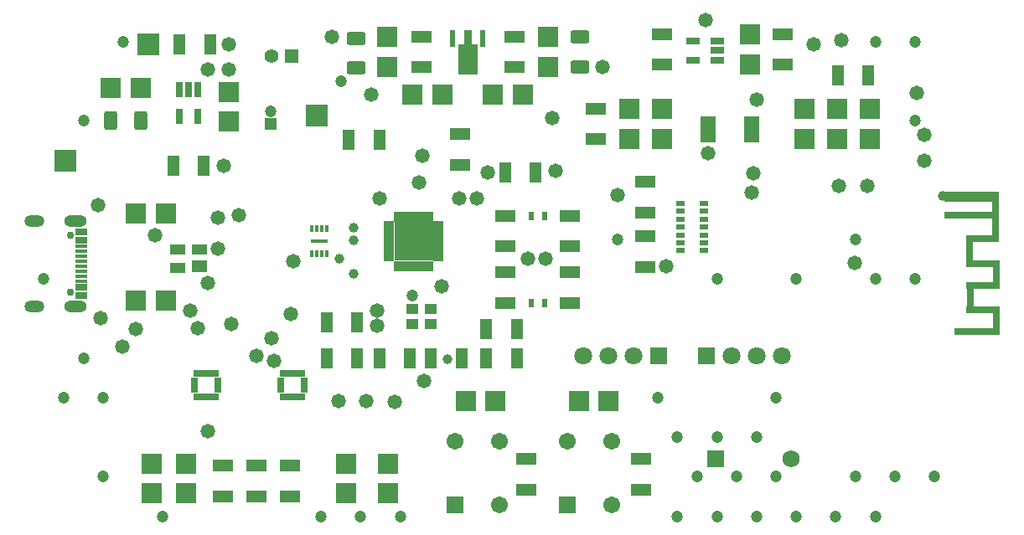
<source format=gts>
G04*
G04 #@! TF.GenerationSoftware,Altium Limited,Altium Designer,23.2.1 (34)*
G04*
G04 Layer_Color=8388736*
%FSLAX44Y44*%
%MOMM*%
G71*
G04*
G04 #@! TF.SameCoordinates,8496A63A-E985-4FE9-BA7E-BC2AAF8C8172*
G04*
G04*
G04 #@! TF.FilePolarity,Negative*
G04*
G01*
G75*
%ADD29R,0.6250X0.8500*%
%ADD39C,1.7397*%
%ADD40R,0.5800X1.7300*%
%ADD53R,0.3000X0.7000*%
%ADD54R,2.2032X2.2032*%
%ADD55R,2.2032X2.2032*%
%ADD56R,2.0032X2.0432*%
%ADD57R,0.5032X0.7532*%
%ADD58R,0.7532X0.5032*%
%ADD59R,1.2032X2.0032*%
%ADD60R,2.0032X1.2032*%
%ADD61R,1.6032X0.6532*%
%ADD62R,1.2500X0.4000*%
%ADD63R,1.2500X0.7000*%
G04:AMPARAMS|DCode=64|XSize=1.3032mm|YSize=1.9332mm|CornerRadius=0.2116mm|HoleSize=0mm|Usage=FLASHONLY|Rotation=0.000|XOffset=0mm|YOffset=0mm|HoleType=Round|Shape=RoundedRectangle|*
%AMROUNDEDRECTD64*
21,1,1.3032,1.5100,0,0,0.0*
21,1,0.8800,1.9332,0,0,0.0*
1,1,0.4232,0.4400,-0.7550*
1,1,0.4232,-0.4400,-0.7550*
1,1,0.4232,-0.4400,0.7550*
1,1,0.4232,0.4400,0.7550*
%
%ADD64ROUNDEDRECTD64*%
%ADD65R,2.0432X2.0032*%
%ADD66R,0.7620X1.5240*%
%ADD67R,0.5032X0.8032*%
%ADD68R,0.8032X0.5032*%
%ADD69R,0.9532X0.5532*%
%ADD70R,1.3532X0.8032*%
%ADD71R,0.5032X1.0032*%
%ADD72R,1.7000X0.3000*%
G04:AMPARAMS|DCode=73|XSize=1.3032mm|YSize=1.9332mm|CornerRadius=0.2116mm|HoleSize=0mm|Usage=FLASHONLY|Rotation=90.000|XOffset=0mm|YOffset=0mm|HoleType=Round|Shape=RoundedRectangle|*
%AMROUNDEDRECTD73*
21,1,1.3032,1.5100,0,0,90.0*
21,1,0.8800,1.9332,0,0,90.0*
1,1,0.4232,0.7550,0.4400*
1,1,0.4232,0.7550,-0.4400*
1,1,0.4232,-0.7550,-0.4400*
1,1,0.4232,-0.7550,0.4400*
%
%ADD73ROUNDEDRECTD73*%
%ADD74R,1.2032X1.1032*%
%ADD75R,5.1032X1.1032*%
%ADD76R,5.1032X0.7032*%
%ADD77R,0.7032X5.2032*%
%ADD78R,2.8432X0.7032*%
%ADD79R,0.7032X2.2032*%
%ADD80R,0.7032X2.9032*%
%ADD81R,4.1432X0.7032*%
%ADD82R,1.6032X1.3032*%
%ADD83R,1.6032X1.1032*%
%ADD84R,1.0032X0.5032*%
%ADD85R,3.9532X3.9532*%
%ADD86C,1.8032*%
%ADD87R,1.8032X1.8032*%
%ADD88C,1.7112*%
%ADD89R,1.7112X1.7112*%
%ADD90R,1.4032X1.4032*%
%ADD91C,1.4032*%
%ADD92O,2.3032X1.2032*%
%ADD93C,0.7500*%
%ADD94O,2.0032X1.2032*%
%ADD95C,1.2032*%
%ADD96R,1.2032X1.2032*%
%ADD97R,1.7532X1.7532*%
%ADD98C,1.7532*%
%ADD99C,1.0032*%
%ADD100C,1.4732*%
G36*
X831960Y1116960D02*
X837825D01*
Y1086660D01*
X818495D01*
Y1116960D01*
X824360D01*
Y1131960D01*
X831960D01*
Y1116960D01*
D02*
G37*
D29*
X892535Y943490D02*
D03*
X905785D02*
D03*
Y855846D02*
D03*
X892535D02*
D03*
D39*
X828160Y1105500D02*
D03*
D40*
X813160Y1123310D02*
D03*
X843160D02*
D03*
D53*
X670680Y931210D02*
D03*
X675676Y931204D02*
D03*
X680676D02*
D03*
X685680Y931210D02*
D03*
Y905210D02*
D03*
X680676Y905204D02*
D03*
X675676D02*
D03*
X670680Y905210D02*
D03*
D54*
X421640Y999490D02*
D03*
X505460Y1117600D02*
D03*
D55*
X675640Y1045210D02*
D03*
D56*
X883680Y1066800D02*
D03*
X853680D02*
D03*
X772400D02*
D03*
X802400D02*
D03*
X825980Y756329D02*
D03*
X855980D02*
D03*
X940280D02*
D03*
X970280D02*
D03*
X467600Y1073150D02*
D03*
X497600D02*
D03*
X493000Y946347D02*
D03*
X523000D02*
D03*
X493000Y858520D02*
D03*
X523000D02*
D03*
D57*
X573984Y784801D02*
D03*
X568984D02*
D03*
X563984D02*
D03*
X558984D02*
D03*
X553984D02*
D03*
Y760801D02*
D03*
X558984D02*
D03*
X563984D02*
D03*
X568984D02*
D03*
X573984D02*
D03*
D58*
X551984Y777801D02*
D03*
Y772801D02*
D03*
Y767801D02*
D03*
X575984D02*
D03*
Y772801D02*
D03*
Y777801D02*
D03*
D59*
X847020Y800100D02*
D03*
X878020D02*
D03*
X739140Y1021080D02*
D03*
X708140D02*
D03*
X865880Y988060D02*
D03*
X896880D02*
D03*
X847020Y829310D02*
D03*
X878020D02*
D03*
X536950Y1117600D02*
D03*
X567950D02*
D03*
X530600Y994410D02*
D03*
X561600D02*
D03*
X685589Y835922D02*
D03*
X716589D02*
D03*
X685588Y800100D02*
D03*
X716588D02*
D03*
X1233145Y1086211D02*
D03*
X1202145D02*
D03*
X738880Y800100D02*
D03*
X769880D02*
D03*
X821950D02*
D03*
X790950D02*
D03*
D60*
X820420Y995420D02*
D03*
Y1026420D02*
D03*
X930910Y912870D02*
D03*
Y943870D02*
D03*
X1003540Y698169D02*
D03*
Y667169D02*
D03*
X887143Y698169D02*
D03*
Y667169D02*
D03*
X866140Y943870D02*
D03*
Y912870D02*
D03*
X957295Y1052418D02*
D03*
Y1021418D02*
D03*
X1007110Y923290D02*
D03*
Y892290D02*
D03*
Y947160D02*
D03*
Y978160D02*
D03*
X648619Y691051D02*
D03*
Y660051D02*
D03*
X580784D02*
D03*
Y691051D02*
D03*
X614997D02*
D03*
Y660051D02*
D03*
X1024605Y1096750D02*
D03*
Y1127750D02*
D03*
X1146641Y1096750D02*
D03*
Y1127750D02*
D03*
X875150Y1094000D02*
D03*
Y1125000D02*
D03*
X781170D02*
D03*
Y1094000D02*
D03*
X866140Y855586D02*
D03*
Y886586D02*
D03*
X930910Y855586D02*
D03*
Y886586D02*
D03*
D61*
X1071185Y1041418D02*
D03*
Y1034918D02*
D03*
Y1028418D02*
D03*
Y1021918D02*
D03*
X1115185D02*
D03*
Y1028418D02*
D03*
Y1034918D02*
D03*
Y1041418D02*
D03*
D62*
X437795Y897850D02*
D03*
Y892850D02*
D03*
Y887850D02*
D03*
Y902850D02*
D03*
Y907850D02*
D03*
Y912850D02*
D03*
Y882850D02*
D03*
Y877850D02*
D03*
D63*
Y919350D02*
D03*
Y927350D02*
D03*
Y871350D02*
D03*
Y863350D02*
D03*
D64*
X467500Y1040130D02*
D03*
X497700D02*
D03*
D65*
X586740Y1039100D02*
D03*
Y1069100D02*
D03*
X747755Y693061D02*
D03*
Y663061D02*
D03*
X705486Y693300D02*
D03*
Y663301D02*
D03*
X508441Y663301D02*
D03*
Y693301D02*
D03*
X543201Y663301D02*
D03*
Y693300D02*
D03*
X1113621Y1127250D02*
D03*
Y1097250D02*
D03*
X1168115Y1021918D02*
D03*
Y1051918D02*
D03*
X1201135Y1021918D02*
D03*
Y1051918D02*
D03*
X1234155Y1021918D02*
D03*
Y1051918D02*
D03*
X1024605Y1021918D02*
D03*
Y1051918D02*
D03*
X991585Y1021918D02*
D03*
Y1051918D02*
D03*
X909440Y1094500D02*
D03*
Y1124500D02*
D03*
X746880D02*
D03*
Y1094500D02*
D03*
D66*
X555498Y1044194D02*
D03*
X536702D02*
D03*
Y1071626D02*
D03*
X546100D02*
D03*
X555498D02*
D03*
D67*
X661038Y784801D02*
D03*
X656037D02*
D03*
X651038D02*
D03*
X646038D02*
D03*
X641038D02*
D03*
Y760801D02*
D03*
X646038D02*
D03*
X651038D02*
D03*
X656037D02*
D03*
X661038D02*
D03*
D68*
X639038Y777801D02*
D03*
Y772801D02*
D03*
Y767801D02*
D03*
X663037D02*
D03*
Y772801D02*
D03*
Y777801D02*
D03*
D69*
X1066670Y908560D02*
D03*
Y916560D02*
D03*
Y924560D02*
D03*
Y932560D02*
D03*
Y940560D02*
D03*
Y948560D02*
D03*
Y956560D02*
D03*
X1042670D02*
D03*
Y948560D02*
D03*
Y940560D02*
D03*
Y932560D02*
D03*
Y924560D02*
D03*
Y916560D02*
D03*
Y908560D02*
D03*
D70*
X1055401Y1101480D02*
D03*
Y1120480D02*
D03*
X1080401D02*
D03*
Y1110980D02*
D03*
Y1101480D02*
D03*
D71*
X765930Y943210D02*
D03*
X790930D02*
D03*
X785930D02*
D03*
X780930D02*
D03*
X775930D02*
D03*
X770930D02*
D03*
X760930D02*
D03*
X755930D02*
D03*
Y893210D02*
D03*
X760930D02*
D03*
X765930D02*
D03*
X770930D02*
D03*
X775930D02*
D03*
X780930D02*
D03*
X785930D02*
D03*
X790930D02*
D03*
D72*
X678180Y918210D02*
D03*
D73*
X941190Y1094400D02*
D03*
Y1124600D02*
D03*
X715130Y1123330D02*
D03*
Y1093130D02*
D03*
D74*
X790660Y849890D02*
D03*
X772160D02*
D03*
Y834390D02*
D03*
X790660D02*
D03*
D75*
X1334828Y963504D02*
D03*
D76*
X1334770Y944880D02*
D03*
D77*
X1361680Y943006D02*
D03*
D78*
X1346279Y920530D02*
D03*
X1346267Y895737D02*
D03*
X1346401Y873711D02*
D03*
X1346429Y848837D02*
D03*
D79*
X1335563Y908139D02*
D03*
X1335735Y861267D02*
D03*
D80*
X1361861Y884729D02*
D03*
X1362049Y837838D02*
D03*
D81*
X1340096Y826834D02*
D03*
D82*
X557100Y892930D02*
D03*
D83*
Y909930D02*
D03*
X535100D02*
D03*
Y890930D02*
D03*
D84*
X798430Y900710D02*
D03*
Y905710D02*
D03*
Y910710D02*
D03*
Y915710D02*
D03*
Y920710D02*
D03*
Y925710D02*
D03*
Y930710D02*
D03*
Y935710D02*
D03*
X748430D02*
D03*
Y930710D02*
D03*
Y925710D02*
D03*
Y920710D02*
D03*
Y915710D02*
D03*
Y910710D02*
D03*
Y905710D02*
D03*
Y900710D02*
D03*
D85*
X773430Y918210D02*
D03*
D86*
X1145540Y802640D02*
D03*
X1120140D02*
D03*
X1094740D02*
D03*
X944880D02*
D03*
X970280D02*
D03*
X995680D02*
D03*
D87*
X1069340D02*
D03*
X1021080D02*
D03*
D88*
X973983Y716280D02*
D03*
Y651280D02*
D03*
X928983Y716280D02*
D03*
X815084D02*
D03*
X860084Y651280D02*
D03*
Y716280D02*
D03*
D89*
X928983Y651280D02*
D03*
X815084D02*
D03*
D90*
X650080Y1105226D02*
D03*
D91*
X630080D02*
D03*
D92*
X432045Y852150D02*
D03*
Y938550D02*
D03*
D93*
X427045Y924250D02*
D03*
Y866450D02*
D03*
D94*
X390245Y938550D02*
D03*
Y852150D02*
D03*
D95*
X629019Y1049752D02*
D03*
X1080000Y720000D02*
D03*
X1280000Y1120000D02*
D03*
Y1040000D02*
D03*
Y880000D02*
D03*
X1300000Y680000D02*
D03*
X1240000Y1120000D02*
D03*
Y880000D02*
D03*
X1260000Y680000D02*
D03*
X1240000Y640000D02*
D03*
X1220000Y920000D02*
D03*
Y680000D02*
D03*
X1200000Y640000D02*
D03*
X1160000Y880000D02*
D03*
Y640000D02*
D03*
X1140000Y760000D02*
D03*
X1120000Y720000D02*
D03*
X1140000Y680000D02*
D03*
X1120000Y640000D02*
D03*
X1080000Y880000D02*
D03*
X1100000Y680000D02*
D03*
X1080000Y640000D02*
D03*
X1040000Y720000D02*
D03*
X1060000Y680000D02*
D03*
X1040000Y640000D02*
D03*
X1020000Y760000D02*
D03*
X980000Y920000D02*
D03*
X760000Y640000D02*
D03*
X720000D02*
D03*
X700000Y1080000D02*
D03*
X680000Y640000D02*
D03*
X520000D02*
D03*
X480000Y1120000D02*
D03*
X440000Y1040000D02*
D03*
Y800000D02*
D03*
X460000Y760000D02*
D03*
Y680000D02*
D03*
X400000Y880000D02*
D03*
X420000Y760000D02*
D03*
X772160Y863600D02*
D03*
D96*
X629019Y1037052D02*
D03*
D97*
X1078230Y698500D02*
D03*
D98*
X1154430D02*
D03*
D99*
X807720Y798830D02*
D03*
X1308100Y963930D02*
D03*
X712470Y919480D02*
D03*
Y885190D02*
D03*
X698500Y900430D02*
D03*
X712470Y932180D02*
D03*
D100*
X511810Y924560D02*
D03*
X916940Y989330D02*
D03*
X730250Y1066800D02*
D03*
X1219200Y896620D02*
D03*
X1205230Y1121410D02*
D03*
X1177290Y1117600D02*
D03*
X1231900Y974090D02*
D03*
X1202690D02*
D03*
X1281430Y1068070D02*
D03*
X648970Y844550D02*
D03*
X478790Y811530D02*
D03*
X565150Y726440D02*
D03*
X906780Y900430D02*
D03*
X889000D02*
D03*
X783590Y928370D02*
D03*
X1289050Y1026160D02*
D03*
Y999490D02*
D03*
X589280Y834390D02*
D03*
X547370Y848360D02*
D03*
X492760Y829310D02*
D03*
X565150Y876300D02*
D03*
X848360Y988060D02*
D03*
X783590Y777240D02*
D03*
X736600Y848360D02*
D03*
Y833120D02*
D03*
X754380Y755650D02*
D03*
X725170Y756920D02*
D03*
X697230D02*
D03*
X632460Y797560D02*
D03*
X979170Y965200D02*
D03*
X1028700Y892810D02*
D03*
X836930Y961390D02*
D03*
X819150D02*
D03*
X554990Y830580D02*
D03*
X778510Y977900D02*
D03*
X739140Y961390D02*
D03*
X801370Y872490D02*
D03*
X1120140Y1061720D02*
D03*
X963930Y1094740D02*
D03*
X913130Y1042670D02*
D03*
X575310Y942340D02*
D03*
Y910590D02*
D03*
X596900Y944880D02*
D03*
X1068070Y1141730D02*
D03*
X1115060Y967740D02*
D03*
X1116330Y986790D02*
D03*
X1071185Y1007128D02*
D03*
X782320Y1004570D02*
D03*
X690880Y1125220D02*
D03*
X457200Y840740D02*
D03*
X454660Y955040D02*
D03*
X586740Y1117600D02*
D03*
Y1092200D02*
D03*
X581660Y994410D02*
D03*
X565150Y1092200D02*
D03*
X614784Y802011D02*
D03*
X630024Y819791D02*
D03*
X651510Y897890D02*
D03*
M02*

</source>
